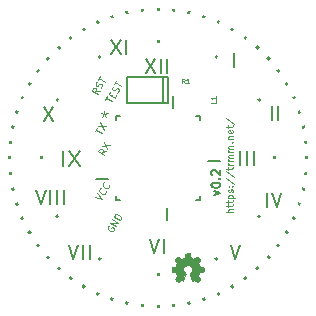
<source format=gto>
G04 #@! TF.GenerationSoftware,KiCad,Pcbnew,5.0.2-bee76a0~70~ubuntu18.04.1*
G04 #@! TF.CreationDate,2019-09-23T19:43:07+01:00*
G04 #@! TF.ProjectId,charliewatch-norf-routed,63686172-6c69-4657-9761-7463682d6e6f,rev?*
G04 #@! TF.SameCoordinates,Original*
G04 #@! TF.FileFunction,Legend,Top*
G04 #@! TF.FilePolarity,Positive*
%FSLAX46Y46*%
G04 Gerber Fmt 4.6, Leading zero omitted, Abs format (unit mm)*
G04 Created by KiCad (PCBNEW 5.0.2-bee76a0~70~ubuntu18.04.1) date Mon 23 Sep 2019 19:43:07 BST*
%MOMM*%
%LPD*%
G01*
G04 APERTURE LIST*
%ADD10C,0.150000*%
%ADD11C,0.048768*%
%ADD12C,0.100000*%
%ADD13C,0.127000*%
%ADD14C,0.152400*%
%ADD15C,0.010000*%
%ADD16C,0.076200*%
%ADD17C,0.030886*%
G04 APERTURE END LIST*
D10*
X147461928Y-96659857D02*
X148261928Y-97859857D01*
X148261928Y-96659857D02*
X147461928Y-97859857D01*
X148719071Y-97859857D02*
X148719071Y-96659857D01*
X149290500Y-97859857D02*
X149290500Y-96659857D01*
X147785785Y-111899857D02*
X148185785Y-113099857D01*
X148585785Y-111899857D01*
X148985785Y-113099857D02*
X148985785Y-111899857D01*
X154942214Y-97351857D02*
X154942214Y-96151857D01*
X158117214Y-101796857D02*
X158117214Y-100596857D01*
X158688642Y-101796857D02*
X158688642Y-100596857D01*
X155450214Y-105606857D02*
X155450214Y-104406857D01*
X156021642Y-105606857D02*
X156021642Y-104406857D01*
X156593071Y-105606857D02*
X156593071Y-104406857D01*
X157736214Y-109162857D02*
X157736214Y-107962857D01*
X158136214Y-107962857D02*
X158536214Y-109162857D01*
X158936214Y-107962857D01*
X154643785Y-112407857D02*
X155043785Y-113607857D01*
X155443785Y-112407857D01*
X140927785Y-112407857D02*
X141327785Y-113607857D01*
X141727785Y-112407857D01*
X142127785Y-113607857D02*
X142127785Y-112407857D01*
X142699214Y-113607857D02*
X142699214Y-112407857D01*
X138171885Y-107683457D02*
X138571885Y-108883457D01*
X138971885Y-107683457D01*
X139371885Y-108883457D02*
X139371885Y-107683457D01*
X139943314Y-108883457D02*
X139943314Y-107683457D01*
X140514742Y-108883457D02*
X140514742Y-107683457D01*
X140488023Y-105729095D02*
X140488023Y-104429095D01*
X140983261Y-104429095D02*
X141849928Y-105729095D01*
X141849928Y-104429095D02*
X140983261Y-105729095D01*
X138825928Y-100723857D02*
X139625928Y-101923857D01*
X139625928Y-100723857D02*
X138825928Y-101923857D01*
X144515528Y-95046957D02*
X145315528Y-96246957D01*
X145315528Y-95046957D02*
X144515528Y-96246957D01*
X145772671Y-96246957D02*
X145772671Y-95046957D01*
D11*
X144330898Y-110749412D02*
X144279439Y-110783389D01*
X144238073Y-110855036D01*
X144220590Y-110940472D01*
X144240778Y-111015814D01*
X144274754Y-111067274D01*
X144356496Y-111146311D01*
X144428143Y-111187676D01*
X144537462Y-111218948D01*
X144599015Y-111222643D01*
X144674358Y-111202455D01*
X144739606Y-111144596D01*
X144767183Y-111096831D01*
X144784666Y-111011395D01*
X144774572Y-110973724D01*
X144607395Y-110877204D01*
X144552240Y-110972734D01*
X144946434Y-110786358D02*
X144444902Y-110496798D01*
X145111897Y-110499768D01*
X144610365Y-110210208D01*
X145249783Y-110260943D02*
X144748250Y-109971383D01*
X144817193Y-109851971D01*
X144882441Y-109794112D01*
X144957783Y-109773924D01*
X145019337Y-109777619D01*
X145128656Y-109808890D01*
X145200303Y-109850256D01*
X145282045Y-109929293D01*
X145316021Y-109980753D01*
X145336209Y-110056095D01*
X145318726Y-110141531D01*
X145249783Y-110260943D01*
X144044011Y-100078434D02*
X144209474Y-99791844D01*
X144628275Y-100224699D02*
X144126743Y-99935139D01*
X144544819Y-99762552D02*
X144641339Y-99595374D01*
X144945412Y-99675401D02*
X144807527Y-99914226D01*
X144305994Y-99624666D01*
X144443880Y-99385841D01*
X145031838Y-99470552D02*
X145097087Y-99412693D01*
X145166029Y-99293281D01*
X145169724Y-99231727D01*
X145159630Y-99194056D01*
X145125654Y-99142597D01*
X145077889Y-99115019D01*
X145016335Y-99111325D01*
X144978664Y-99121419D01*
X144927204Y-99155395D01*
X144848168Y-99237137D01*
X144796708Y-99271113D01*
X144759037Y-99281207D01*
X144697483Y-99277512D01*
X144649718Y-99249935D01*
X144615742Y-99198476D01*
X144605648Y-99160804D01*
X144609343Y-99099251D01*
X144678285Y-98979838D01*
X144743534Y-98921979D01*
X144802383Y-98764896D02*
X144967845Y-98478306D01*
X145386647Y-98911161D02*
X144885114Y-98621601D01*
X143155011Y-108333434D02*
X143753064Y-108455816D01*
X143348051Y-107999079D01*
X144063802Y-107807294D02*
X144073896Y-107844965D01*
X144056412Y-107930401D01*
X144028835Y-107978166D01*
X143963587Y-108036025D01*
X143888245Y-108056213D01*
X143826691Y-108052518D01*
X143717373Y-108021246D01*
X143645725Y-107979881D01*
X143563984Y-107900844D01*
X143530007Y-107849384D01*
X143509819Y-107774042D01*
X143527303Y-107688606D01*
X143554880Y-107640841D01*
X143620128Y-107582982D01*
X143657799Y-107572888D01*
X144353362Y-107305761D02*
X144363456Y-107343432D01*
X144345972Y-107428868D01*
X144318395Y-107476633D01*
X144253147Y-107534492D01*
X144177805Y-107554680D01*
X144116251Y-107550985D01*
X144006933Y-107519714D01*
X143935285Y-107478348D01*
X143853544Y-107399311D01*
X143819567Y-107347852D01*
X143799379Y-107272509D01*
X143816863Y-107187073D01*
X143844440Y-107139308D01*
X143909688Y-107081449D01*
X143947359Y-107071355D01*
X144117372Y-104454756D02*
X143782027Y-104484048D01*
X143951909Y-104741346D02*
X143450377Y-104451786D01*
X143560685Y-104260726D01*
X143612145Y-104226750D01*
X143649816Y-104216656D01*
X143711370Y-104220350D01*
X143783017Y-104261716D01*
X143816994Y-104313176D01*
X143827088Y-104350847D01*
X143823393Y-104412400D01*
X143713084Y-104603460D01*
X143712360Y-103998018D02*
X144406932Y-103953223D01*
X143905400Y-103663663D02*
X144213892Y-104287578D01*
X143155011Y-102745434D02*
X143320474Y-102458844D01*
X143739275Y-102891699D02*
X143237743Y-102602139D01*
X143389417Y-102339431D02*
X144083989Y-102294636D01*
X143582457Y-102005076D02*
X143890949Y-102628991D01*
X143547257Y-99302523D02*
X143211912Y-99331815D01*
X143381794Y-99589114D02*
X142880262Y-99299554D01*
X142990570Y-99108494D01*
X143042030Y-99074517D01*
X143079701Y-99064423D01*
X143141255Y-99068118D01*
X143212902Y-99109483D01*
X143246879Y-99160943D01*
X143256972Y-99198614D01*
X143253278Y-99260168D01*
X143142969Y-99451228D01*
X143633683Y-99097675D02*
X143698931Y-99039816D01*
X143767874Y-98920403D01*
X143771569Y-98858850D01*
X143761475Y-98821179D01*
X143727499Y-98769719D01*
X143679734Y-98742142D01*
X143618180Y-98738447D01*
X143580509Y-98748541D01*
X143529049Y-98782518D01*
X143450012Y-98864259D01*
X143398553Y-98898236D01*
X143360882Y-98908330D01*
X143299328Y-98904635D01*
X143251563Y-98877058D01*
X143217587Y-98825598D01*
X143207493Y-98787927D01*
X143211187Y-98726373D01*
X143280130Y-98606961D01*
X143345378Y-98549102D01*
X143404227Y-98392018D02*
X143569690Y-98105428D01*
X143988491Y-98538283D02*
X143486959Y-98248723D01*
D10*
X153261285Y-108126357D02*
X153761285Y-107947785D01*
X153261285Y-107769214D01*
X153011285Y-107340642D02*
X153011285Y-107269214D01*
X153047000Y-107197785D01*
X153082714Y-107162071D01*
X153154142Y-107126357D01*
X153297000Y-107090642D01*
X153475571Y-107090642D01*
X153618428Y-107126357D01*
X153689857Y-107162071D01*
X153725571Y-107197785D01*
X153761285Y-107269214D01*
X153761285Y-107340642D01*
X153725571Y-107412071D01*
X153689857Y-107447785D01*
X153618428Y-107483500D01*
X153475571Y-107519214D01*
X153297000Y-107519214D01*
X153154142Y-107483500D01*
X153082714Y-107447785D01*
X153047000Y-107412071D01*
X153011285Y-107340642D01*
X153689857Y-106769214D02*
X153725571Y-106733500D01*
X153761285Y-106769214D01*
X153725571Y-106804928D01*
X153689857Y-106769214D01*
X153761285Y-106769214D01*
X153082714Y-106447785D02*
X153047000Y-106412071D01*
X153011285Y-106340642D01*
X153011285Y-106162071D01*
X153047000Y-106090642D01*
X153082714Y-106054928D01*
X153154142Y-106019214D01*
X153225571Y-106019214D01*
X153332714Y-106054928D01*
X153761285Y-106483500D01*
X153761285Y-106019214D01*
D11*
X154823522Y-109596515D02*
X154244402Y-109596515D01*
X154823522Y-109348320D02*
X154520174Y-109348320D01*
X154465020Y-109375897D01*
X154437442Y-109431052D01*
X154437442Y-109513783D01*
X154465020Y-109568937D01*
X154492597Y-109596515D01*
X154437442Y-109155280D02*
X154437442Y-108934663D01*
X154244402Y-109072549D02*
X154740791Y-109072549D01*
X154795945Y-109044972D01*
X154823522Y-108989817D01*
X154823522Y-108934663D01*
X154437442Y-108824355D02*
X154437442Y-108603737D01*
X154244402Y-108741623D02*
X154740791Y-108741623D01*
X154795945Y-108714046D01*
X154823522Y-108658892D01*
X154823522Y-108603737D01*
X154437442Y-108410697D02*
X155016562Y-108410697D01*
X154465020Y-108410697D02*
X154437442Y-108355543D01*
X154437442Y-108245235D01*
X154465020Y-108190080D01*
X154492597Y-108162503D01*
X154547751Y-108134926D01*
X154713214Y-108134926D01*
X154768368Y-108162503D01*
X154795945Y-108190080D01*
X154823522Y-108245235D01*
X154823522Y-108355543D01*
X154795945Y-108410697D01*
X154795945Y-107914309D02*
X154823522Y-107859155D01*
X154823522Y-107748846D01*
X154795945Y-107693692D01*
X154740791Y-107666115D01*
X154713214Y-107666115D01*
X154658060Y-107693692D01*
X154630482Y-107748846D01*
X154630482Y-107831577D01*
X154602905Y-107886732D01*
X154547751Y-107914309D01*
X154520174Y-107914309D01*
X154465020Y-107886732D01*
X154437442Y-107831577D01*
X154437442Y-107748846D01*
X154465020Y-107693692D01*
X154768368Y-107417920D02*
X154795945Y-107390343D01*
X154823522Y-107417920D01*
X154795945Y-107445497D01*
X154768368Y-107417920D01*
X154823522Y-107417920D01*
X154465020Y-107417920D02*
X154492597Y-107390343D01*
X154520174Y-107417920D01*
X154492597Y-107445497D01*
X154465020Y-107417920D01*
X154520174Y-107417920D01*
X154216825Y-106728492D02*
X154961408Y-107224880D01*
X154216825Y-106121795D02*
X154961408Y-106618183D01*
X154437442Y-106011486D02*
X154437442Y-105790869D01*
X154244402Y-105928755D02*
X154740791Y-105928755D01*
X154795945Y-105901177D01*
X154823522Y-105846023D01*
X154823522Y-105790869D01*
X154823522Y-105597829D02*
X154437442Y-105597829D01*
X154547751Y-105597829D02*
X154492597Y-105570252D01*
X154465020Y-105542675D01*
X154437442Y-105487520D01*
X154437442Y-105432366D01*
X154823522Y-105239326D02*
X154437442Y-105239326D01*
X154492597Y-105239326D02*
X154465020Y-105211749D01*
X154437442Y-105156595D01*
X154437442Y-105073863D01*
X154465020Y-105018709D01*
X154520174Y-104991132D01*
X154823522Y-104991132D01*
X154520174Y-104991132D02*
X154465020Y-104963555D01*
X154437442Y-104908400D01*
X154437442Y-104825669D01*
X154465020Y-104770515D01*
X154520174Y-104742937D01*
X154823522Y-104742937D01*
X154823522Y-104467166D02*
X154437442Y-104467166D01*
X154492597Y-104467166D02*
X154465020Y-104439589D01*
X154437442Y-104384435D01*
X154437442Y-104301703D01*
X154465020Y-104246549D01*
X154520174Y-104218972D01*
X154823522Y-104218972D01*
X154520174Y-104218972D02*
X154465020Y-104191395D01*
X154437442Y-104136240D01*
X154437442Y-104053509D01*
X154465020Y-103998355D01*
X154520174Y-103970777D01*
X154823522Y-103970777D01*
X154768368Y-103695006D02*
X154795945Y-103667429D01*
X154823522Y-103695006D01*
X154795945Y-103722583D01*
X154768368Y-103695006D01*
X154823522Y-103695006D01*
X154437442Y-103419235D02*
X154823522Y-103419235D01*
X154492597Y-103419235D02*
X154465020Y-103391657D01*
X154437442Y-103336503D01*
X154437442Y-103253772D01*
X154465020Y-103198617D01*
X154520174Y-103171040D01*
X154823522Y-103171040D01*
X154795945Y-102674652D02*
X154823522Y-102729806D01*
X154823522Y-102840115D01*
X154795945Y-102895269D01*
X154740791Y-102922846D01*
X154520174Y-102922846D01*
X154465020Y-102895269D01*
X154437442Y-102840115D01*
X154437442Y-102729806D01*
X154465020Y-102674652D01*
X154520174Y-102647075D01*
X154575328Y-102647075D01*
X154630482Y-102922846D01*
X154437442Y-102481612D02*
X154437442Y-102260995D01*
X154244402Y-102398880D02*
X154740791Y-102398880D01*
X154795945Y-102371303D01*
X154823522Y-102316149D01*
X154823522Y-102260995D01*
X154216825Y-101654297D02*
X154961408Y-102150686D01*
D12*
G04 #@! TO.C,LED0*
G36*
X147296996Y-92359116D02*
X147048366Y-92385248D01*
X147074498Y-92633879D01*
X147323128Y-92607746D01*
X147296996Y-92359116D01*
G37*
G04 #@! TO.C,LED1*
G36*
X148626100Y-92303600D02*
X148376100Y-92303600D01*
X148376100Y-92553600D01*
X148626100Y-92553600D01*
X148626100Y-92303600D01*
G37*
G04 #@! TO.C,LED25*
G36*
X149705203Y-117648085D02*
X149953833Y-117621953D01*
X149927701Y-117373322D01*
X149679071Y-117399455D01*
X149705203Y-117648085D01*
G37*
G04 #@! TO.C,LED26*
G36*
X151020432Y-117452730D02*
X151264968Y-117400752D01*
X151212991Y-117156215D01*
X150968454Y-117208193D01*
X151020432Y-117452730D01*
G37*
G04 #@! TO.C,LED3*
G36*
X151264968Y-92606449D02*
X151020432Y-92554471D01*
X150968454Y-92799008D01*
X151212991Y-92850986D01*
X151264968Y-92606449D01*
G37*
G04 #@! TO.C,LED11*
G36*
X160154660Y-99951434D02*
X160052976Y-99723048D01*
X159824590Y-99824732D01*
X159926274Y-100053118D01*
X160154660Y-99951434D01*
G37*
G04 #@! TO.C,LED19*
G36*
X160540173Y-109046782D02*
X160617427Y-108809018D01*
X160379663Y-108731764D01*
X160302409Y-108969528D01*
X160540173Y-109046782D01*
G37*
G04 #@! TO.C,LED27*
G36*
X152306518Y-117119927D02*
X152544282Y-117042673D01*
X152467028Y-116804909D01*
X152229264Y-116882163D01*
X152306518Y-117119927D01*
G37*
G04 #@! TO.C,LED32*
G36*
X147048366Y-117621953D02*
X147296996Y-117648085D01*
X147323128Y-117399455D01*
X147074498Y-117373322D01*
X147048366Y-117621953D01*
G37*
G04 #@! TO.C,LED33*
G36*
X145737232Y-117400752D02*
X145981768Y-117452730D01*
X146033746Y-117208193D01*
X145789209Y-117156215D01*
X145737232Y-117400752D01*
G37*
G04 #@! TO.C,LED34*
G36*
X144457918Y-117042673D02*
X144695682Y-117119927D01*
X144772936Y-116882163D01*
X144535172Y-116804909D01*
X144457918Y-117042673D01*
G37*
G04 #@! TO.C,LED35*
G36*
X143220547Y-116555477D02*
X143448933Y-116657161D01*
X143550617Y-116428775D01*
X143322231Y-116327091D01*
X143220547Y-116555477D01*
G37*
G04 #@! TO.C,LED2*
G36*
X149953833Y-92385248D02*
X149705203Y-92359116D01*
X149679071Y-92607746D01*
X149927701Y-92633879D01*
X149953833Y-92385248D01*
G37*
G04 #@! TO.C,LED48*
G36*
X136103948Y-102239732D02*
X136051970Y-102484268D01*
X136296507Y-102536246D01*
X136348485Y-102291709D01*
X136103948Y-102239732D01*
G37*
G04 #@! TO.C,LED56*
G36*
X148626100Y-114754660D02*
X148376100Y-114754660D01*
X148376100Y-115004660D01*
X148626100Y-115004660D01*
X148626100Y-114754660D01*
G37*
G04 #@! TO.C,LED64*
G36*
X158252159Y-104878600D02*
X158252159Y-105128600D01*
X158502159Y-105128600D01*
X158502159Y-104878600D01*
X158252159Y-104878600D01*
G37*
G04 #@! TO.C,LED41*
G36*
X135801100Y-104878600D02*
X135801100Y-105128600D01*
X136051100Y-105128600D01*
X136051100Y-104878600D01*
X135801100Y-104878600D01*
G37*
G04 #@! TO.C,LED57*
G36*
X148376100Y-95252541D02*
X148626100Y-95252541D01*
X148626100Y-95002541D01*
X148376100Y-95002541D01*
X148376100Y-95252541D01*
G37*
G04 #@! TO.C,LED65*
G36*
X138750040Y-105128600D02*
X138750040Y-104878600D01*
X138500040Y-104878600D01*
X138500040Y-105128600D01*
X138750040Y-105128600D01*
G37*
G04 #@! TO.C,LED42*
G36*
X135856615Y-106207704D02*
X135882747Y-106456334D01*
X136131378Y-106430202D01*
X136105245Y-106181572D01*
X135856615Y-106207704D01*
G37*
G04 #@! TO.C,LED50*
G36*
X136949223Y-99723048D02*
X136847539Y-99951434D01*
X137075925Y-100053118D01*
X137177609Y-99824732D01*
X136949223Y-99723048D01*
G37*
G04 #@! TO.C,LED66*
G36*
X157006559Y-109769607D02*
X156881559Y-109986113D01*
X157098065Y-110111113D01*
X157223065Y-109894607D01*
X157006559Y-109769607D01*
G37*
G04 #@! TO.C,LED43*
G36*
X136051970Y-107522932D02*
X136103948Y-107767468D01*
X136348485Y-107715491D01*
X136296507Y-107470954D01*
X136051970Y-107522932D01*
G37*
G04 #@! TO.C,LED8*
G36*
X161145584Y-103799497D02*
X161119452Y-103550867D01*
X160870821Y-103576999D01*
X160896954Y-103825629D01*
X161145584Y-103799497D01*
G37*
G04 #@! TO.C,LED51*
G36*
X137565400Y-98545347D02*
X137440400Y-98761853D01*
X137656906Y-98886853D01*
X137781906Y-98670347D01*
X137565400Y-98545347D01*
G37*
G04 #@! TO.C,LED59*
G36*
X153267106Y-96498141D02*
X153483612Y-96623141D01*
X153608612Y-96406635D01*
X153392106Y-96281635D01*
X153267106Y-96498141D01*
G37*
G04 #@! TO.C,LED44*
G36*
X136384773Y-108809018D02*
X136462027Y-109046782D01*
X136699791Y-108969528D01*
X136622537Y-108731764D01*
X136384773Y-108809018D01*
G37*
G04 #@! TO.C,LED52*
G36*
X138300273Y-97437414D02*
X138153327Y-97639668D01*
X138355581Y-97786614D01*
X138502527Y-97584360D01*
X138300273Y-97437414D01*
G37*
G04 #@! TO.C,LED60*
G36*
X145981768Y-92554471D02*
X145737232Y-92606449D01*
X145789209Y-92850986D01*
X146033746Y-92799008D01*
X145981768Y-92554471D01*
G37*
G04 #@! TO.C,LED68*
G36*
X143518587Y-96623141D02*
X143735093Y-96498141D01*
X143610093Y-96281635D01*
X143393587Y-96406635D01*
X143518587Y-96623141D01*
G37*
G04 #@! TO.C,LED9*
G36*
X160950229Y-102484268D02*
X160898251Y-102239732D01*
X160653714Y-102291709D01*
X160705692Y-102536246D01*
X160950229Y-102484268D01*
G37*
G04 #@! TO.C,LED12*
G36*
X159561800Y-98761853D02*
X159436800Y-98545347D01*
X159220294Y-98670347D01*
X159345294Y-98886853D01*
X159561800Y-98761853D01*
G37*
G04 #@! TO.C,LED20*
G36*
X160052976Y-110284153D02*
X160154660Y-110055767D01*
X159926274Y-109954083D01*
X159824590Y-110182469D01*
X160052976Y-110284153D01*
G37*
G04 #@! TO.C,LED28*
G36*
X153553266Y-116657161D02*
X153781652Y-116555477D01*
X153679968Y-116327091D01*
X153451582Y-116428775D01*
X153553266Y-116657161D01*
G37*
G04 #@! TO.C,LED5*
G36*
X153781652Y-93451724D02*
X153553266Y-93350040D01*
X153451582Y-93578426D01*
X153679968Y-93680110D01*
X153781652Y-93451724D01*
G37*
G04 #@! TO.C,LED21*
G36*
X159436800Y-111461853D02*
X159561800Y-111245347D01*
X159345294Y-111120347D01*
X159220294Y-111336853D01*
X159436800Y-111461853D01*
G37*
G04 #@! TO.C,LED29*
G36*
X154742847Y-116064300D02*
X154959353Y-115939300D01*
X154834353Y-115722794D01*
X154617847Y-115847794D01*
X154742847Y-116064300D01*
G37*
G04 #@! TO.C,LED6*
G36*
X154959353Y-94067900D02*
X154742847Y-93942900D01*
X154617847Y-94159406D01*
X154834353Y-94284406D01*
X154959353Y-94067900D01*
G37*
G04 #@! TO.C,LED14*
G36*
X158023381Y-96597653D02*
X157856099Y-96411867D01*
X157670312Y-96579150D01*
X157837595Y-96764936D01*
X158023381Y-96597653D01*
G37*
G04 #@! TO.C,LED30*
G36*
X155865032Y-115351373D02*
X156067286Y-115204427D01*
X155920340Y-115002173D01*
X155718086Y-115149119D01*
X155865032Y-115351373D01*
G37*
G04 #@! TO.C,LED7*
G36*
X156067286Y-94802773D02*
X155865032Y-94655827D01*
X155718086Y-94858081D01*
X155920340Y-95005027D01*
X156067286Y-94802773D01*
G37*
G04 #@! TO.C,LED10*
G36*
X160617427Y-101198182D02*
X160540173Y-100960418D01*
X160302409Y-101037672D01*
X160379663Y-101275436D01*
X160617427Y-101198182D01*
G37*
G04 #@! TO.C,LED15*
G36*
X157092833Y-95648601D02*
X156907047Y-95481319D01*
X156739764Y-95667105D01*
X156925550Y-95834388D01*
X157092833Y-95648601D01*
G37*
G04 #@! TO.C,LED23*
G36*
X157856099Y-113595334D02*
X158023381Y-113409548D01*
X157837595Y-113242265D01*
X157670312Y-113428051D01*
X157856099Y-113595334D01*
G37*
G04 #@! TO.C,LED36*
G36*
X142042847Y-115939300D02*
X142259353Y-116064300D01*
X142384353Y-115847794D01*
X142167847Y-115722794D01*
X142042847Y-115939300D01*
G37*
G04 #@! TO.C,LED37*
G36*
X140934913Y-115204427D02*
X141137167Y-115351373D01*
X141284113Y-115149119D01*
X141081859Y-115002173D01*
X140934913Y-115204427D01*
G37*
G04 #@! TO.C,LED38*
G36*
X139909366Y-114358600D02*
X140095152Y-114525882D01*
X140262435Y-114340096D01*
X140076649Y-114172813D01*
X139909366Y-114358600D01*
G37*
G04 #@! TO.C,LED39*
G36*
X138978818Y-113409548D02*
X139146100Y-113595334D01*
X139331887Y-113428051D01*
X139164604Y-113242265D01*
X138978818Y-113409548D01*
G37*
G04 #@! TO.C,LED16*
G36*
X161201100Y-105128600D02*
X161201100Y-104878600D01*
X160951100Y-104878600D01*
X160951100Y-105128600D01*
X161201100Y-105128600D01*
G37*
G04 #@! TO.C,LED53*
G36*
X139146100Y-96411867D02*
X138978818Y-96597653D01*
X139164604Y-96764936D01*
X139331887Y-96579150D01*
X139146100Y-96411867D01*
G37*
G04 #@! TO.C,LED61*
G36*
X144695682Y-92887273D02*
X144457918Y-92964527D01*
X144535172Y-93202291D01*
X144772936Y-93125037D01*
X144695682Y-92887273D01*
G37*
G04 #@! TO.C,LED69*
G36*
X143735093Y-113509060D02*
X143518587Y-113384060D01*
X143393587Y-113600566D01*
X143610093Y-113725566D01*
X143735093Y-113509060D01*
G37*
G04 #@! TO.C,LED45*
G36*
X136847539Y-110055767D02*
X136949223Y-110284153D01*
X137177609Y-110182469D01*
X137075925Y-109954083D01*
X136847539Y-110055767D01*
G37*
G04 #@! TO.C,LED62*
G36*
X143448933Y-93350040D02*
X143220547Y-93451724D01*
X143322231Y-93680110D01*
X143550617Y-93578426D01*
X143448933Y-93350040D01*
G37*
G04 #@! TO.C,LED70*
G36*
X153483612Y-113384060D02*
X153267106Y-113509060D01*
X153392106Y-113725566D01*
X153608612Y-113600566D01*
X153483612Y-113384060D01*
G37*
G04 #@! TO.C,LED46*
G36*
X137440400Y-111245347D02*
X137565400Y-111461853D01*
X137781906Y-111336853D01*
X137656906Y-111120347D01*
X137440400Y-111245347D01*
G37*
G04 #@! TO.C,LED54*
G36*
X140095152Y-95481319D02*
X139909366Y-95648601D01*
X140076649Y-95834388D01*
X140262435Y-95667105D01*
X140095152Y-95481319D01*
G37*
G04 #@! TO.C,LED71*
G36*
X140120640Y-109986113D02*
X139995640Y-109769607D01*
X139779134Y-109894607D01*
X139904134Y-110111113D01*
X140120640Y-109986113D01*
G37*
G04 #@! TO.C,LED47*
G36*
X138153327Y-112367533D02*
X138300273Y-112569787D01*
X138502527Y-112422841D01*
X138355581Y-112220587D01*
X138153327Y-112367533D01*
G37*
G04 #@! TO.C,LED17*
G36*
X161119452Y-106456334D02*
X161145584Y-106207704D01*
X160896954Y-106181572D01*
X160870821Y-106430202D01*
X161119452Y-106456334D01*
G37*
G04 #@! TO.C,LED55*
G36*
X141137167Y-94655827D02*
X140934913Y-94802773D01*
X141081859Y-95005027D01*
X141284113Y-94858081D01*
X141137167Y-94655827D01*
G37*
G04 #@! TO.C,LED63*
G36*
X142259353Y-93942900D02*
X142042847Y-94067900D01*
X142167847Y-94284406D01*
X142384353Y-94159406D01*
X142259353Y-93942900D01*
G37*
G04 #@! TO.C,LED18*
G36*
X160898251Y-107767468D02*
X160950229Y-107522932D01*
X160705692Y-107470954D01*
X160653714Y-107715491D01*
X160898251Y-107767468D01*
G37*
G04 #@! TO.C,LED4*
G36*
X152544282Y-92964527D02*
X152306518Y-92887273D01*
X152229264Y-93125037D01*
X152467028Y-93202291D01*
X152544282Y-92964527D01*
G37*
G04 #@! TO.C,LED13*
G36*
X158848873Y-97639668D02*
X158701927Y-97437414D01*
X158499673Y-97584360D01*
X158646619Y-97786614D01*
X158848873Y-97639668D01*
G37*
G04 #@! TO.C,LED22*
G36*
X158701927Y-112569787D02*
X158848873Y-112367533D01*
X158646619Y-112220587D01*
X158499673Y-112422841D01*
X158701927Y-112569787D01*
G37*
G04 #@! TO.C,LED31*
G36*
X156907047Y-114525882D02*
X157092833Y-114358600D01*
X156925550Y-114172813D01*
X156739764Y-114340096D01*
X156907047Y-114525882D01*
G37*
G04 #@! TO.C,LED40*
G36*
X135882747Y-103550867D02*
X135856615Y-103799497D01*
X136105245Y-103825629D01*
X136131378Y-103576999D01*
X135882747Y-103550867D01*
G37*
G04 #@! TO.C,LED49*
G36*
X136462027Y-100960418D02*
X136384773Y-101198182D01*
X136622537Y-101275436D01*
X136699791Y-101037672D01*
X136462027Y-100960418D01*
G37*
G04 #@! TO.C,LED58*
G36*
X156881559Y-100021088D02*
X157006559Y-100237594D01*
X157223065Y-100112594D01*
X157098065Y-99896088D01*
X156881559Y-100021088D01*
G37*
G04 #@! TO.C,LED67*
G36*
X139995640Y-100237594D02*
X140120640Y-100021088D01*
X139904134Y-99896088D01*
X139779134Y-100112594D01*
X139995640Y-100237594D01*
G37*
G04 #@! TO.C,LED24*
G36*
X148376100Y-117703600D02*
X148626100Y-117703600D01*
X148626100Y-117453600D01*
X148376100Y-117453600D01*
X148376100Y-117703600D01*
G37*
D13*
G04 #@! TO.C,X1*
X149348600Y-98188600D02*
X148948600Y-98188600D01*
X149348600Y-100388600D02*
X149348600Y-98188600D01*
X148948600Y-100388600D02*
X149348600Y-100388600D01*
X148948600Y-98188600D02*
X148948600Y-100388600D01*
X145848600Y-98188600D02*
X148948600Y-98188600D01*
X145848600Y-100388600D02*
X145848600Y-98188600D01*
X148948600Y-100388600D02*
X145848600Y-100388600D01*
D14*
G04 #@! TO.C,U2*
X144919700Y-101422200D02*
X144919700Y-101777800D01*
X152082500Y-101422200D02*
X151726900Y-101422200D01*
X152082500Y-108585000D02*
X152082500Y-108229400D01*
X144919700Y-108585000D02*
X145275300Y-108585000D01*
X145275300Y-101422200D02*
X144919700Y-101422200D01*
X144919700Y-108229400D02*
X144919700Y-108585000D01*
X151726900Y-108585000D02*
X152082500Y-108585000D01*
X152082500Y-101777800D02*
X152082500Y-101422200D01*
X152717500Y-105257600D02*
X153708100Y-105257600D01*
X143243300Y-106756200D02*
X144259300Y-106756200D01*
X149771100Y-100787200D02*
X149771100Y-99796600D01*
X149288500Y-110236000D02*
X149288500Y-109220000D01*
D15*
G04 #@! TO.C,G\002A\002A\002A*
G36*
X151224529Y-113280605D02*
X151249887Y-113386494D01*
X151278057Y-113448898D01*
X151322495Y-113486935D01*
X151391392Y-113517658D01*
X151468180Y-113545026D01*
X151522497Y-113548373D01*
X151580049Y-113523395D01*
X151655432Y-113473428D01*
X151737898Y-113420029D01*
X151799934Y-113385899D01*
X151819668Y-113379250D01*
X151858041Y-113399919D01*
X151920866Y-113450938D01*
X151990649Y-113515824D01*
X152049898Y-113578092D01*
X152081120Y-113621258D01*
X152082499Y-113626925D01*
X152065074Y-113665111D01*
X152020457Y-113735046D01*
X151984248Y-113786091D01*
X151885996Y-113919693D01*
X151943907Y-114059708D01*
X151985118Y-114146537D01*
X152029899Y-114191727D01*
X152101318Y-114214071D01*
X152141468Y-114220666D01*
X152258606Y-114240641D01*
X152326330Y-114265572D01*
X152358171Y-114308805D01*
X152367658Y-114383688D01*
X152368250Y-114444398D01*
X152363091Y-114542554D01*
X152349851Y-114612187D01*
X152338466Y-114632159D01*
X152290521Y-114647503D01*
X152206063Y-114663891D01*
X152171778Y-114668924D01*
X152080698Y-114683322D01*
X152026571Y-114706154D01*
X151990419Y-114753492D01*
X151953264Y-114841408D01*
X151946039Y-114860106D01*
X151917427Y-114941337D01*
X151914709Y-114996091D01*
X151942459Y-115052056D01*
X151988006Y-115114106D01*
X152042736Y-115192602D01*
X152076498Y-115252902D01*
X152081616Y-115269868D01*
X152060991Y-115308985D01*
X152007023Y-115374066D01*
X151958454Y-115424239D01*
X151834409Y-115545366D01*
X151688913Y-115445262D01*
X151598941Y-115388164D01*
X151539222Y-115366208D01*
X151491311Y-115373787D01*
X151476864Y-115380776D01*
X151436997Y-115401582D01*
X151410045Y-115403968D01*
X151385667Y-115377793D01*
X151353528Y-115312918D01*
X151312126Y-115219185D01*
X151243911Y-115061515D01*
X151201116Y-114949461D01*
X151182334Y-114871086D01*
X151186157Y-114814451D01*
X151211178Y-114767619D01*
X151253419Y-114721214D01*
X151340454Y-114598455D01*
X151373080Y-114469885D01*
X151358472Y-114345168D01*
X151303808Y-114233971D01*
X151216264Y-114145959D01*
X151103014Y-114090799D01*
X150971236Y-114078156D01*
X150828104Y-114117696D01*
X150811460Y-114125912D01*
X150704860Y-114213021D01*
X150643718Y-114331385D01*
X150629568Y-114466401D01*
X150663943Y-114603468D01*
X150748249Y-114727851D01*
X150847762Y-114830521D01*
X150731362Y-115112948D01*
X150680469Y-115235178D01*
X150638721Y-115333103D01*
X150611856Y-115393389D01*
X150605325Y-115405884D01*
X150573763Y-115401013D01*
X150528631Y-115380506D01*
X150468434Y-115362641D01*
X150405304Y-115385352D01*
X150375099Y-115405182D01*
X150270705Y-115475351D01*
X150199879Y-115508340D01*
X150145137Y-115504729D01*
X150088994Y-115465100D01*
X150039573Y-115416317D01*
X149974060Y-115343606D01*
X149932579Y-115286732D01*
X149924800Y-115267036D01*
X149942744Y-115225101D01*
X149986820Y-115153141D01*
X150015254Y-115111856D01*
X150067759Y-115033971D01*
X150086996Y-114979242D01*
X150077326Y-114919673D01*
X150054831Y-114857856D01*
X150015987Y-114766934D01*
X149974540Y-114714134D01*
X149911128Y-114685359D01*
X149806392Y-114666512D01*
X149788648Y-114664045D01*
X149634884Y-114642897D01*
X149644254Y-114447819D01*
X149653625Y-114252742D01*
X149820954Y-114226222D01*
X149922307Y-114205882D01*
X149983440Y-114175642D01*
X150027407Y-114120269D01*
X150052967Y-114072912D01*
X150117650Y-113946123D01*
X150020575Y-113794844D01*
X149967337Y-113706945D01*
X149932077Y-113639273D01*
X149923500Y-113613644D01*
X149945579Y-113574499D01*
X149999603Y-113514021D01*
X150067250Y-113449679D01*
X150130200Y-113398942D01*
X150169321Y-113379249D01*
X150210227Y-113395581D01*
X150284080Y-113437518D01*
X150341425Y-113474010D01*
X150426053Y-113527741D01*
X150483182Y-113550150D01*
X150538061Y-113545271D01*
X150614626Y-113517651D01*
X150698724Y-113477875D01*
X150741442Y-113429950D01*
X150762826Y-113349618D01*
X150765076Y-113335578D01*
X150785296Y-113213911D01*
X150807609Y-113141864D01*
X150844669Y-113106443D01*
X150909131Y-113094650D01*
X151000801Y-113093500D01*
X151184823Y-113093500D01*
X151224529Y-113280605D01*
X151224529Y-113280605D01*
G37*
X151224529Y-113280605D02*
X151249887Y-113386494D01*
X151278057Y-113448898D01*
X151322495Y-113486935D01*
X151391392Y-113517658D01*
X151468180Y-113545026D01*
X151522497Y-113548373D01*
X151580049Y-113523395D01*
X151655432Y-113473428D01*
X151737898Y-113420029D01*
X151799934Y-113385899D01*
X151819668Y-113379250D01*
X151858041Y-113399919D01*
X151920866Y-113450938D01*
X151990649Y-113515824D01*
X152049898Y-113578092D01*
X152081120Y-113621258D01*
X152082499Y-113626925D01*
X152065074Y-113665111D01*
X152020457Y-113735046D01*
X151984248Y-113786091D01*
X151885996Y-113919693D01*
X151943907Y-114059708D01*
X151985118Y-114146537D01*
X152029899Y-114191727D01*
X152101318Y-114214071D01*
X152141468Y-114220666D01*
X152258606Y-114240641D01*
X152326330Y-114265572D01*
X152358171Y-114308805D01*
X152367658Y-114383688D01*
X152368250Y-114444398D01*
X152363091Y-114542554D01*
X152349851Y-114612187D01*
X152338466Y-114632159D01*
X152290521Y-114647503D01*
X152206063Y-114663891D01*
X152171778Y-114668924D01*
X152080698Y-114683322D01*
X152026571Y-114706154D01*
X151990419Y-114753492D01*
X151953264Y-114841408D01*
X151946039Y-114860106D01*
X151917427Y-114941337D01*
X151914709Y-114996091D01*
X151942459Y-115052056D01*
X151988006Y-115114106D01*
X152042736Y-115192602D01*
X152076498Y-115252902D01*
X152081616Y-115269868D01*
X152060991Y-115308985D01*
X152007023Y-115374066D01*
X151958454Y-115424239D01*
X151834409Y-115545366D01*
X151688913Y-115445262D01*
X151598941Y-115388164D01*
X151539222Y-115366208D01*
X151491311Y-115373787D01*
X151476864Y-115380776D01*
X151436997Y-115401582D01*
X151410045Y-115403968D01*
X151385667Y-115377793D01*
X151353528Y-115312918D01*
X151312126Y-115219185D01*
X151243911Y-115061515D01*
X151201116Y-114949461D01*
X151182334Y-114871086D01*
X151186157Y-114814451D01*
X151211178Y-114767619D01*
X151253419Y-114721214D01*
X151340454Y-114598455D01*
X151373080Y-114469885D01*
X151358472Y-114345168D01*
X151303808Y-114233971D01*
X151216264Y-114145959D01*
X151103014Y-114090799D01*
X150971236Y-114078156D01*
X150828104Y-114117696D01*
X150811460Y-114125912D01*
X150704860Y-114213021D01*
X150643718Y-114331385D01*
X150629568Y-114466401D01*
X150663943Y-114603468D01*
X150748249Y-114727851D01*
X150847762Y-114830521D01*
X150731362Y-115112948D01*
X150680469Y-115235178D01*
X150638721Y-115333103D01*
X150611856Y-115393389D01*
X150605325Y-115405884D01*
X150573763Y-115401013D01*
X150528631Y-115380506D01*
X150468434Y-115362641D01*
X150405304Y-115385352D01*
X150375099Y-115405182D01*
X150270705Y-115475351D01*
X150199879Y-115508340D01*
X150145137Y-115504729D01*
X150088994Y-115465100D01*
X150039573Y-115416317D01*
X149974060Y-115343606D01*
X149932579Y-115286732D01*
X149924800Y-115267036D01*
X149942744Y-115225101D01*
X149986820Y-115153141D01*
X150015254Y-115111856D01*
X150067759Y-115033971D01*
X150086996Y-114979242D01*
X150077326Y-114919673D01*
X150054831Y-114857856D01*
X150015987Y-114766934D01*
X149974540Y-114714134D01*
X149911128Y-114685359D01*
X149806392Y-114666512D01*
X149788648Y-114664045D01*
X149634884Y-114642897D01*
X149644254Y-114447819D01*
X149653625Y-114252742D01*
X149820954Y-114226222D01*
X149922307Y-114205882D01*
X149983440Y-114175642D01*
X150027407Y-114120269D01*
X150052967Y-114072912D01*
X150117650Y-113946123D01*
X150020575Y-113794844D01*
X149967337Y-113706945D01*
X149932077Y-113639273D01*
X149923500Y-113613644D01*
X149945579Y-113574499D01*
X149999603Y-113514021D01*
X150067250Y-113449679D01*
X150130200Y-113398942D01*
X150169321Y-113379249D01*
X150210227Y-113395581D01*
X150284080Y-113437518D01*
X150341425Y-113474010D01*
X150426053Y-113527741D01*
X150483182Y-113550150D01*
X150538061Y-113545271D01*
X150614626Y-113517651D01*
X150698724Y-113477875D01*
X150741442Y-113429950D01*
X150762826Y-113349618D01*
X150765076Y-113335578D01*
X150785296Y-113213911D01*
X150807609Y-113141864D01*
X150844669Y-113106443D01*
X150909131Y-113094650D01*
X151000801Y-113093500D01*
X151184823Y-113093500D01*
X151224529Y-113280605D01*
G04 #@! TO.C,U2*
D16*
X143930249Y-100996447D02*
X143930249Y-101283709D01*
X143642987Y-101168804D02*
X143930249Y-101283709D01*
X144217510Y-101168804D01*
X143757891Y-101513519D02*
X143930249Y-101283709D01*
X144102606Y-101513519D01*
G04 #@! TO.C,R1*
D17*
X150738716Y-98698715D02*
X150610023Y-98514867D01*
X150518099Y-98698715D02*
X150518099Y-98312635D01*
X150665177Y-98312635D01*
X150701947Y-98331020D01*
X150720332Y-98349404D01*
X150738716Y-98386174D01*
X150738716Y-98441328D01*
X150720332Y-98478098D01*
X150701947Y-98496482D01*
X150665177Y-98514867D01*
X150518099Y-98514867D01*
X151106412Y-98698715D02*
X150885794Y-98698715D01*
X150996103Y-98698715D02*
X150996103Y-98312635D01*
X150959333Y-98367789D01*
X150922564Y-98404559D01*
X150885794Y-98422943D01*
G04 #@! TO.C,L1*
X153372215Y-100135752D02*
X153372215Y-100319600D01*
X152986135Y-100319600D01*
X153372215Y-99804826D02*
X153372215Y-100025444D01*
X153372215Y-99915135D02*
X152986135Y-99915135D01*
X153041289Y-99951905D01*
X153078059Y-99988674D01*
X153096443Y-100025444D01*
G04 #@! TD*
M02*

</source>
